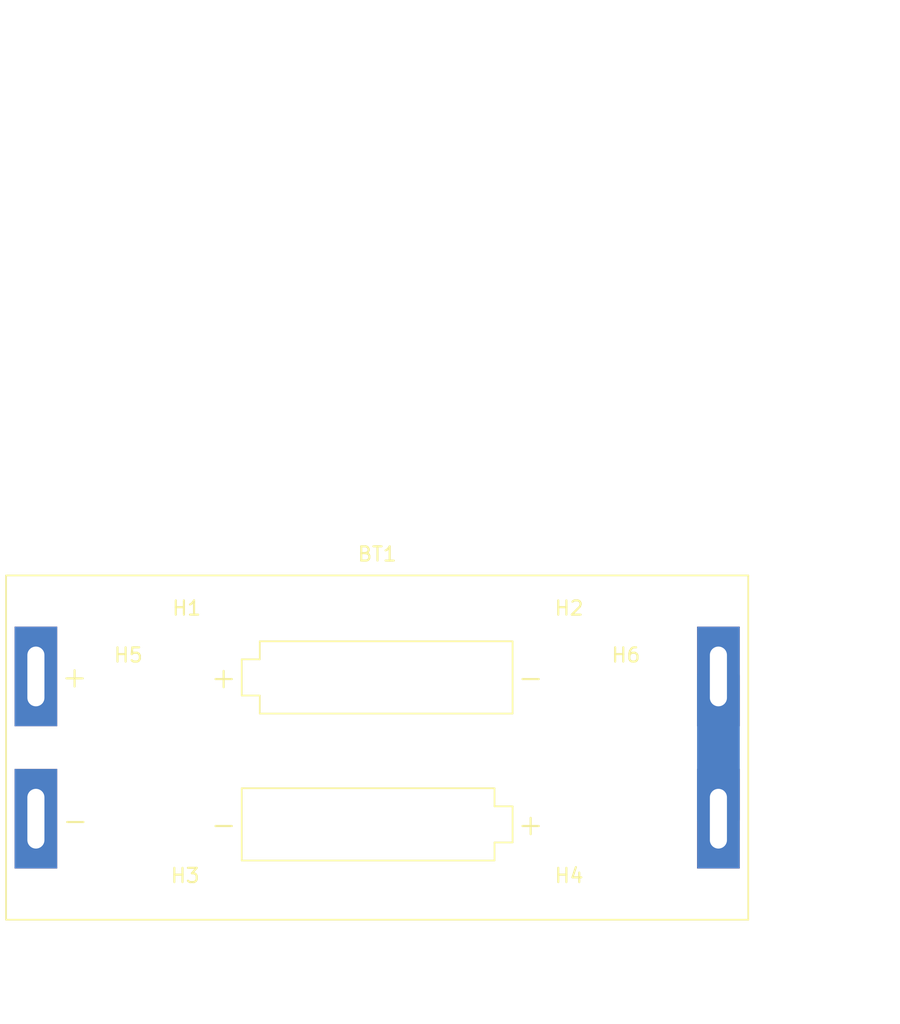
<source format=kicad_pcb>
(kicad_pcb (version 20210228) (generator pcbnew)
  (title_block (title "Enter Title On Page Setting Dialog") (rev "1") (company "KiCAD"))
  (layers (0 "F.Cu" signal) (31 "B.Cu" signal) (34 "B.Paste" user) (35 "F.Paste" user) (36 "B.SilkS" user "B.Silkscreen") (37 "F.SilkS" user "F.Silkscreen") (38 "B.Mask" user) (39 "F.Mask" user) (44 "Edge.Cuts" user))
  (net 0 "")
  (footprint "MountingHole:MountingHole_2mm" (layer "F.Cu") (at 137.7 104.1)
    (fp_text reference "H1" (at -3.4 0.7) (layer "F.SilkS"))
    (fp_text value "MountingHole")
    (pad "" np_thru_hole circle (at 0 0) (size 2 2) (drill 2) (layers *.Cu *.Mask))
  )
  (footprint "MountingHole:MountingHole_5mm" (layer "F.Cu") (at 165.2 114.1)
    (fp_text reference "H6" (at 0 -6) (layer "F.SilkS"))
    (fp_text value "MountingHole")
    (pad "1" np_thru_hole circle (at 0 0) (size 5 5) (drill 5) (layers *.Cu *.Mask))
  )
  (footprint "MountingHole:MountingHole_2mm" (layer "F.Cu") (at 157.7 123.6)
    (fp_text reference "H4" (at 3.5 0) (layer "F.SilkS"))
    (fp_text value "MountingHole")
    (pad "" np_thru_hole circle (at 0 0) (size 2 2) (drill 2) (layers *.Cu *.Mask))
  )
  (footprint "Battery:BatteryHolder_TFA_30.3110_2xAAA" (layer "F.Cu") (at 123.7 109.6)
    (fp_text reference "BT1" (at 24 -8.6) (layer "F.SilkS"))
    (fp_text value "Battery")
    (fp_text user "+" (at 34.795 10.4) (layer "F.SilkS") (effects (font (size 1.5 1.5))))
    (fp_text user "+" (at 13.205 0.07) (layer "F.SilkS") (effects (font (size 1.5 1.5))))
    (fp_text user "-" (at 34.795 0.07) (layer "F.SilkS") (effects (font (size 1.5 1.5))))
    (fp_text user "-" (at 13.205 10.4) (layer "F.SilkS") (effects (font (size 1.5 1.5))))
    (fp_text user "+" (at 2.72 0.02) (layer "F.SilkS") (effects (font (size 1.5 1.5))))
    (fp_text user "-" (at 2.77 10.12) (layer "F.SilkS") (effects (font (size 1.5 1.5))))
    (fp_line (start 48 0) (end 48 10) (layer "B.Cu") (width 3))
    (fp_line (start 33.525 2.61) (end 15.745 2.61) (layer "F.SilkS") (width 0.12))
    (fp_line (start 14.475 12.94) (end 32.255 12.94) (layer "F.SilkS") (width 0.12))
    (fp_line (start 33.525 -2.47) (end 33.525 2.61) (layer "F.SilkS") (width 0.12))
    (fp_line (start 14.475 1.34) (end 14.475 -1.2) (layer "F.SilkS") (width 0.12))
    (fp_line (start 33.525 11.67) (end 33.525 9.13) (layer "F.SilkS") (width 0.12))
    (fp_line (start 50.1 17.1) (end -2.1 17.1) (layer "F.SilkS") (width 0.12))
    (fp_line (start 15.745 -1.2) (end 15.745 -2.47) (layer "F.SilkS") (width 0.12))
    (fp_line (start -2.1 17.1) (end -2.1 -7.1) (layer "F.SilkS") (width 0.12))
    (fp_line (start 15.745 1.34) (end 14.475 1.34) (layer "F.SilkS") (width 0.12))
    (fp_line (start -2.1 -7.1) (end 50.1 -7.1) (layer "F.SilkS") (width 0.12))
    (fp_line (start 32.255 7.86) (end 14.475 7.86) (layer "F.SilkS") (width 0.12))
    (fp_line (start 33.525 9.13) (end 32.255 9.13) (layer "F.SilkS") (width 0.12))
    (fp_line (start 14.475 7.86) (end 14.475 12.94) (layer "F.SilkS") (width 0.12))
    (fp_line (start 32.255 12.94) (end 32.255 11.67) (layer "F.SilkS") (width 0.12))
    (fp_line (start 15.745 2.61) (end 15.745 1.34) (layer "F.SilkS") (width 0.12))
    (fp_line (start 32.255 11.67) (end 33.525 11.67) (layer "F.SilkS") (width 0.12))
    (fp_line (start 15.745 -2.47) (end 33.525 -2.47) (layer "F.SilkS") (width 0.12))
    (fp_line (start 32.255 9.13) (end 32.255 7.86) (layer "F.SilkS") (width 0.12))
    (fp_line (start 14.475 -1.2) (end 15.745 -1.2) (layer "F.SilkS") (width 0.12))
    (fp_line (start 50.1 -7.1) (end 50.1 17.1) (layer "F.SilkS") (width 0.12))
    (pad "1" thru_hole rect (at 0 0) (size 3 7) (drill oval 1.2 4.2) (layers *.Cu *.Mask))
    (pad "2" thru_hole rect (at 0 10) (size 3 7) (drill oval 1.2 4.2) (layers *.Cu *.Mask))
    (pad "3" thru_hole rect (at 48 10) (size 3 7) (drill oval 1.2 4.2) (layers *.Cu *.Mask))
    (pad "4" thru_hole rect (at 48 0) (size 3 7) (drill oval 1.2 4.2) (layers *.Cu *.Mask))
  )
  (footprint "MountingHole:MountingHole_2mm" (layer "F.Cu") (at 157.7 104.1)
    (fp_text reference "H2" (at 3.5 0.7) (layer "F.SilkS"))
    (fp_text value "MountingHole")
    (pad "" np_thru_hole circle (at 0 0) (size 2 2) (drill 2) (layers *.Cu *.Mask))
  )
  (footprint "MountingHole:MountingHole_2mm" (layer "F.Cu") (at 137.7 123.6)
    (fp_text reference "H3" (at -3.5 0) (layer "F.SilkS"))
    (fp_text value "MountingHole")
    (pad "" np_thru_hole circle (at 0 0) (size 2 2) (drill 2) (layers *.Cu *.Mask))
  )
  (footprint "MountingHole:MountingHole_5mm" (layer "F.Cu") (at 130.2 114.1)
    (fp_text reference "H5" (at 0 -6) (layer "F.SilkS"))
    (fp_text value "MountingHole")
    (pad "1" np_thru_hole circle (at 0 0) (size 5 5) (drill 5) (layers *.Cu *.Mask))
  )
  (gr_line (start 171.2 69.1) (end 167.7 69.1) (layer "Edge.Cuts") (width 0.000001))
  (gr_line (start 173.2 99.1) (end 173.2 126.1) (layer "Edge.Cuts") (width 0.000001))
  (gr_arc (start 127.7 66.1) (end 127.7 69.1) (angle -90) (layer "Edge.Cuts") (width 0.000001))
  (gr_arc (start 147.7 127.35) (end 150.699999 126.099999) (angle -134.7601) (layer "Edge.Cuts") (width 0.000001))
  (gr_line (start 130.7 62.1) (end 164.7 62.1) (layer "Edge.Cuts") (width 0.000001))
  (gr_line (start 164.7 66.1) (end 164.7 62.1) (layer "Edge.Cuts") (width 0.000001))
  (gr_line (start 124.2 69.1) (end 127.7 69.1) (layer "Edge.Cuts") (width 0.000001))
  (gr_line (start 171.2 99.1) (end 171.2 69.1) (layer "Edge.Cuts") (width 0.000001))
  (gr_line (start 124.2 99.1) (end 124.2 69.1) (layer "Edge.Cuts") (width 0.000001))
  (gr_line (start 144.7 126.1) (end 122.2 126.1) (layer "Edge.Cuts") (width 0.000001))
  (gr_line (start 122.1999 99.1) (end 124.2 99.1) (layer "Edge.Cuts") (width 0.000001))
  (gr_line (start 122.2 126.1) (end 122.1999 99.1) (layer "Edge.Cuts") (width 0.000001))
  (gr_arc (start 167.7 66.1) (end 164.7 66.1) (angle -90) (layer "Edge.Cuts") (width 0.000001))
  (gr_line (start 173.2 126.1) (end 150.7 126.1) (layer "Edge.Cuts") (width 0.000001))
  (gr_line (start 173.2 99.1) (end 171.2 99.1) (layer "Edge.Cuts") (width 0.000001))
  (gr_line (start 130.7 66.1) (end 130.7 62.1) (layer "Edge.Cuts") (width 0.000001))
)
</source>
